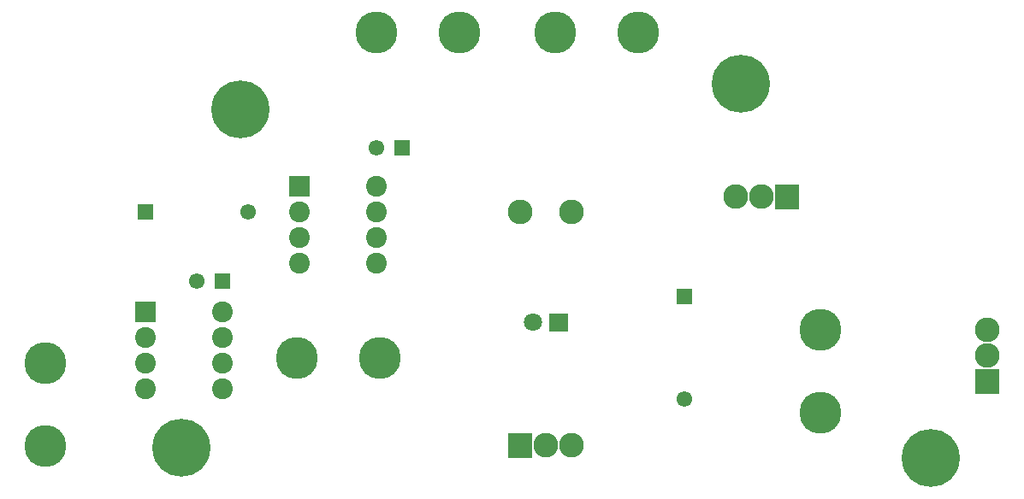
<source format=gbr>
G04 start of page 7 for group -4062 idx -4062 *
G04 Title: (unknown), soldermask *
G04 Creator: pcb 20110918 *
G04 CreationDate: Sun 16 Mar 2014 12:10:26 AM GMT UTC *
G04 For: tyrian *
G04 Format: Gerber/RS-274X *
G04 PCB-Dimensions: 800000 800000 *
G04 PCB-Coordinate-Origin: lower left *
%MOIN*%
%FSLAX25Y25*%
%LNBOTTOMMASK*%
%ADD62C,0.0710*%
%ADD61C,0.0810*%
%ADD60C,0.0610*%
%ADD59C,0.2260*%
%ADD58C,0.1635*%
%ADD57C,0.0960*%
%ADD56C,0.0001*%
G54D56*G36*
X498200Y608800D02*Y599200D01*
X507800D01*
Y608800D01*
X498200D01*
G37*
G54D57*X493000Y604000D03*
X483000D03*
G54D58*X445142Y668000D03*
G54D59*X485000Y648000D03*
G54D56*G36*
X576200Y536800D02*Y527200D01*
X585800D01*
Y536800D01*
X576200D01*
G37*
G54D57*X581000Y542000D03*
Y552000D03*
G54D58*X516000Y552142D03*
Y519661D03*
G54D56*G36*
X459950Y568050D02*Y561950D01*
X466050D01*
Y568050D01*
X459950D01*
G37*
G54D60*X463000Y525000D03*
G54D59*X559000Y502000D03*
G54D56*G36*
X279950Y574050D02*Y567950D01*
X286050D01*
Y574050D01*
X279950D01*
G37*
G54D61*X283000Y549000D03*
Y559000D03*
G54D60*X293000Y598000D03*
X273000Y571000D03*
G54D58*X311858Y541000D03*
X344339D03*
G54D61*X283000Y529000D03*
Y539000D03*
G54D56*G36*
X248950Y563050D02*Y554950D01*
X257050D01*
Y563050D01*
X248950D01*
G37*
G36*
X249950Y601050D02*Y594950D01*
X256050D01*
Y601050D01*
X249950D01*
G37*
G54D61*X253000Y549000D03*
G54D58*X214000Y539142D03*
Y506661D03*
G54D61*X253000Y539000D03*
Y529000D03*
G54D59*X267000Y506000D03*
G54D56*G36*
X349950Y626050D02*Y619950D01*
X356050D01*
Y626050D01*
X349950D01*
G37*
G54D58*X342858Y668000D03*
X375339D03*
X412661D03*
G54D60*X343000Y623000D03*
G54D61*Y578000D03*
Y588000D03*
Y598000D03*
Y608000D03*
G54D56*G36*
X410450Y558550D02*Y551450D01*
X417550D01*
Y558550D01*
X410450D01*
G37*
G54D62*X404000Y555000D03*
G54D56*G36*
X394200Y511800D02*Y502200D01*
X403800D01*
Y511800D01*
X394200D01*
G37*
G54D57*X409000Y507000D03*
X419000D03*
Y598000D03*
X399000D03*
G54D56*G36*
X308950Y612050D02*Y603950D01*
X317050D01*
Y612050D01*
X308950D01*
G37*
G54D59*X290000Y638000D03*
G54D61*X313000Y598000D03*
Y588000D03*
Y578000D03*
M02*

</source>
